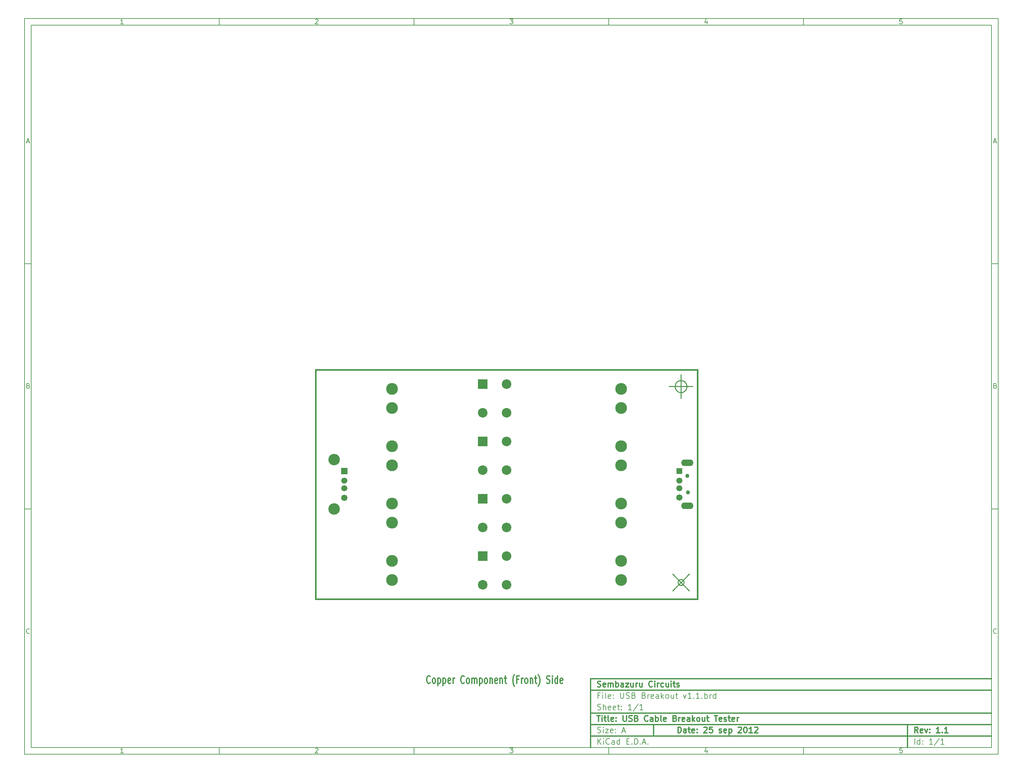
<source format=gtl>
G04 (created by PCBNEW-RS274X (2012-01-19 BZR 3256)-stable) date 25/09/2012 17:33:03*
G01*
G70*
G90*
%MOIN*%
G04 Gerber Fmt 3.4, Leading zero omitted, Abs format*
%FSLAX34Y34*%
G04 APERTURE LIST*
%ADD10C,0.006000*%
%ADD11C,0.012000*%
%ADD12C,0.010000*%
%ADD13C,0.015000*%
%ADD14R,0.100000X0.100000*%
%ADD15C,0.100000*%
%ADD16R,0.063200X0.063200*%
%ADD17O,0.066200X0.059100*%
%ADD18C,0.066200*%
%ADD19O,0.128400X0.069400*%
%ADD20C,0.043300*%
%ADD21R,0.066200X0.066200*%
%ADD22C,0.120600*%
%ADD23C,0.123000*%
G04 APERTURE END LIST*
G54D10*
X-30500Y36750D02*
X71500Y36750D01*
X71500Y-40250D01*
X-30500Y-40250D01*
X-30500Y36750D01*
X-29800Y36050D02*
X70800Y36050D01*
X70800Y-39550D01*
X-29800Y-39550D01*
X-29800Y36050D01*
X-10100Y36750D02*
X-10100Y36050D01*
X-20157Y36198D02*
X-20443Y36198D01*
X-20300Y36198D02*
X-20300Y36698D01*
X-20348Y36626D01*
X-20395Y36579D01*
X-20443Y36555D01*
X-10100Y-40250D02*
X-10100Y-39550D01*
X-20157Y-40102D02*
X-20443Y-40102D01*
X-20300Y-40102D02*
X-20300Y-39602D01*
X-20348Y-39674D01*
X-20395Y-39721D01*
X-20443Y-39745D01*
X10300Y36750D02*
X10300Y36050D01*
X-00043Y36650D02*
X-00019Y36674D01*
X00029Y36698D01*
X00148Y36698D01*
X00195Y36674D01*
X00219Y36650D01*
X00243Y36602D01*
X00243Y36555D01*
X00219Y36483D01*
X-00067Y36198D01*
X00243Y36198D01*
X10300Y-40250D02*
X10300Y-39550D01*
X-00043Y-39650D02*
X-00019Y-39626D01*
X00029Y-39602D01*
X00148Y-39602D01*
X00195Y-39626D01*
X00219Y-39650D01*
X00243Y-39698D01*
X00243Y-39745D01*
X00219Y-39817D01*
X-00067Y-40102D01*
X00243Y-40102D01*
X30700Y36750D02*
X30700Y36050D01*
X20333Y36698D02*
X20643Y36698D01*
X20476Y36507D01*
X20548Y36507D01*
X20595Y36483D01*
X20619Y36460D01*
X20643Y36412D01*
X20643Y36293D01*
X20619Y36245D01*
X20595Y36221D01*
X20548Y36198D01*
X20405Y36198D01*
X20357Y36221D01*
X20333Y36245D01*
X30700Y-40250D02*
X30700Y-39550D01*
X20333Y-39602D02*
X20643Y-39602D01*
X20476Y-39793D01*
X20548Y-39793D01*
X20595Y-39817D01*
X20619Y-39840D01*
X20643Y-39888D01*
X20643Y-40007D01*
X20619Y-40055D01*
X20595Y-40079D01*
X20548Y-40102D01*
X20405Y-40102D01*
X20357Y-40079D01*
X20333Y-40055D01*
X51100Y36750D02*
X51100Y36050D01*
X40995Y36531D02*
X40995Y36198D01*
X40876Y36721D02*
X40757Y36364D01*
X41067Y36364D01*
X51100Y-40250D02*
X51100Y-39550D01*
X40995Y-39769D02*
X40995Y-40102D01*
X40876Y-39579D02*
X40757Y-39936D01*
X41067Y-39936D01*
X61419Y36698D02*
X61181Y36698D01*
X61157Y36460D01*
X61181Y36483D01*
X61229Y36507D01*
X61348Y36507D01*
X61395Y36483D01*
X61419Y36460D01*
X61443Y36412D01*
X61443Y36293D01*
X61419Y36245D01*
X61395Y36221D01*
X61348Y36198D01*
X61229Y36198D01*
X61181Y36221D01*
X61157Y36245D01*
X61419Y-39602D02*
X61181Y-39602D01*
X61157Y-39840D01*
X61181Y-39817D01*
X61229Y-39793D01*
X61348Y-39793D01*
X61395Y-39817D01*
X61419Y-39840D01*
X61443Y-39888D01*
X61443Y-40007D01*
X61419Y-40055D01*
X61395Y-40079D01*
X61348Y-40102D01*
X61229Y-40102D01*
X61181Y-40079D01*
X61157Y-40055D01*
X-30500Y11090D02*
X-29800Y11090D01*
X-30269Y23860D02*
X-30031Y23860D01*
X-30316Y23718D02*
X-30150Y24218D01*
X-29983Y23718D01*
X71500Y11090D02*
X70800Y11090D01*
X71031Y23860D02*
X71269Y23860D01*
X70984Y23718D02*
X71150Y24218D01*
X71317Y23718D01*
X-30500Y-14570D02*
X-29800Y-14570D01*
X-30114Y-01680D02*
X-30043Y-01704D01*
X-30019Y-01728D01*
X-29995Y-01776D01*
X-29995Y-01847D01*
X-30019Y-01895D01*
X-30043Y-01919D01*
X-30090Y-01942D01*
X-30281Y-01942D01*
X-30281Y-01442D01*
X-30114Y-01442D01*
X-30067Y-01466D01*
X-30043Y-01490D01*
X-30019Y-01538D01*
X-30019Y-01585D01*
X-30043Y-01633D01*
X-30067Y-01657D01*
X-30114Y-01680D01*
X-30281Y-01680D01*
X71500Y-14570D02*
X70800Y-14570D01*
X71186Y-01680D02*
X71257Y-01704D01*
X71281Y-01728D01*
X71305Y-01776D01*
X71305Y-01847D01*
X71281Y-01895D01*
X71257Y-01919D01*
X71210Y-01942D01*
X71019Y-01942D01*
X71019Y-01442D01*
X71186Y-01442D01*
X71233Y-01466D01*
X71257Y-01490D01*
X71281Y-01538D01*
X71281Y-01585D01*
X71257Y-01633D01*
X71233Y-01657D01*
X71186Y-01680D01*
X71019Y-01680D01*
X-29995Y-27555D02*
X-30019Y-27579D01*
X-30090Y-27602D01*
X-30138Y-27602D01*
X-30210Y-27579D01*
X-30257Y-27531D01*
X-30281Y-27483D01*
X-30305Y-27388D01*
X-30305Y-27317D01*
X-30281Y-27221D01*
X-30257Y-27174D01*
X-30210Y-27126D01*
X-30138Y-27102D01*
X-30090Y-27102D01*
X-30019Y-27126D01*
X-29995Y-27150D01*
X71305Y-27555D02*
X71281Y-27579D01*
X71210Y-27602D01*
X71162Y-27602D01*
X71090Y-27579D01*
X71043Y-27531D01*
X71019Y-27483D01*
X70995Y-27388D01*
X70995Y-27317D01*
X71019Y-27221D01*
X71043Y-27174D01*
X71090Y-27126D01*
X71162Y-27102D01*
X71210Y-27102D01*
X71281Y-27126D01*
X71305Y-27150D01*
G54D11*
X37943Y-37993D02*
X37943Y-37393D01*
X38086Y-37393D01*
X38171Y-37421D01*
X38229Y-37479D01*
X38257Y-37536D01*
X38286Y-37650D01*
X38286Y-37736D01*
X38257Y-37850D01*
X38229Y-37907D01*
X38171Y-37964D01*
X38086Y-37993D01*
X37943Y-37993D01*
X38800Y-37993D02*
X38800Y-37679D01*
X38771Y-37621D01*
X38714Y-37593D01*
X38600Y-37593D01*
X38543Y-37621D01*
X38800Y-37964D02*
X38743Y-37993D01*
X38600Y-37993D01*
X38543Y-37964D01*
X38514Y-37907D01*
X38514Y-37850D01*
X38543Y-37793D01*
X38600Y-37764D01*
X38743Y-37764D01*
X38800Y-37736D01*
X39000Y-37593D02*
X39229Y-37593D01*
X39086Y-37393D02*
X39086Y-37907D01*
X39114Y-37964D01*
X39172Y-37993D01*
X39229Y-37993D01*
X39657Y-37964D02*
X39600Y-37993D01*
X39486Y-37993D01*
X39429Y-37964D01*
X39400Y-37907D01*
X39400Y-37679D01*
X39429Y-37621D01*
X39486Y-37593D01*
X39600Y-37593D01*
X39657Y-37621D01*
X39686Y-37679D01*
X39686Y-37736D01*
X39400Y-37793D01*
X39943Y-37936D02*
X39971Y-37964D01*
X39943Y-37993D01*
X39914Y-37964D01*
X39943Y-37936D01*
X39943Y-37993D01*
X39943Y-37621D02*
X39971Y-37650D01*
X39943Y-37679D01*
X39914Y-37650D01*
X39943Y-37621D01*
X39943Y-37679D01*
X40657Y-37450D02*
X40686Y-37421D01*
X40743Y-37393D01*
X40886Y-37393D01*
X40943Y-37421D01*
X40972Y-37450D01*
X41000Y-37507D01*
X41000Y-37564D01*
X40972Y-37650D01*
X40629Y-37993D01*
X41000Y-37993D01*
X41543Y-37393D02*
X41257Y-37393D01*
X41228Y-37679D01*
X41257Y-37650D01*
X41314Y-37621D01*
X41457Y-37621D01*
X41514Y-37650D01*
X41543Y-37679D01*
X41571Y-37736D01*
X41571Y-37879D01*
X41543Y-37936D01*
X41514Y-37964D01*
X41457Y-37993D01*
X41314Y-37993D01*
X41257Y-37964D01*
X41228Y-37936D01*
X42256Y-37964D02*
X42313Y-37993D01*
X42428Y-37993D01*
X42485Y-37964D01*
X42513Y-37907D01*
X42513Y-37879D01*
X42485Y-37821D01*
X42428Y-37793D01*
X42342Y-37793D01*
X42285Y-37764D01*
X42256Y-37707D01*
X42256Y-37679D01*
X42285Y-37621D01*
X42342Y-37593D01*
X42428Y-37593D01*
X42485Y-37621D01*
X42999Y-37964D02*
X42942Y-37993D01*
X42828Y-37993D01*
X42771Y-37964D01*
X42742Y-37907D01*
X42742Y-37679D01*
X42771Y-37621D01*
X42828Y-37593D01*
X42942Y-37593D01*
X42999Y-37621D01*
X43028Y-37679D01*
X43028Y-37736D01*
X42742Y-37793D01*
X43285Y-37593D02*
X43285Y-38193D01*
X43285Y-37621D02*
X43342Y-37593D01*
X43456Y-37593D01*
X43513Y-37621D01*
X43542Y-37650D01*
X43571Y-37707D01*
X43571Y-37879D01*
X43542Y-37936D01*
X43513Y-37964D01*
X43456Y-37993D01*
X43342Y-37993D01*
X43285Y-37964D01*
X44256Y-37450D02*
X44285Y-37421D01*
X44342Y-37393D01*
X44485Y-37393D01*
X44542Y-37421D01*
X44571Y-37450D01*
X44599Y-37507D01*
X44599Y-37564D01*
X44571Y-37650D01*
X44228Y-37993D01*
X44599Y-37993D01*
X44970Y-37393D02*
X45027Y-37393D01*
X45084Y-37421D01*
X45113Y-37450D01*
X45142Y-37507D01*
X45170Y-37621D01*
X45170Y-37764D01*
X45142Y-37879D01*
X45113Y-37936D01*
X45084Y-37964D01*
X45027Y-37993D01*
X44970Y-37993D01*
X44913Y-37964D01*
X44884Y-37936D01*
X44856Y-37879D01*
X44827Y-37764D01*
X44827Y-37621D01*
X44856Y-37507D01*
X44884Y-37450D01*
X44913Y-37421D01*
X44970Y-37393D01*
X45741Y-37993D02*
X45398Y-37993D01*
X45570Y-37993D02*
X45570Y-37393D01*
X45513Y-37479D01*
X45455Y-37536D01*
X45398Y-37564D01*
X45969Y-37450D02*
X45998Y-37421D01*
X46055Y-37393D01*
X46198Y-37393D01*
X46255Y-37421D01*
X46284Y-37450D01*
X46312Y-37507D01*
X46312Y-37564D01*
X46284Y-37650D01*
X45941Y-37993D01*
X46312Y-37993D01*
G54D10*
X29543Y-39193D02*
X29543Y-38593D01*
X29886Y-39193D02*
X29629Y-38850D01*
X29886Y-38593D02*
X29543Y-38936D01*
X30143Y-39193D02*
X30143Y-38793D01*
X30143Y-38593D02*
X30114Y-38621D01*
X30143Y-38650D01*
X30171Y-38621D01*
X30143Y-38593D01*
X30143Y-38650D01*
X30772Y-39136D02*
X30743Y-39164D01*
X30657Y-39193D01*
X30600Y-39193D01*
X30515Y-39164D01*
X30457Y-39107D01*
X30429Y-39050D01*
X30400Y-38936D01*
X30400Y-38850D01*
X30429Y-38736D01*
X30457Y-38679D01*
X30515Y-38621D01*
X30600Y-38593D01*
X30657Y-38593D01*
X30743Y-38621D01*
X30772Y-38650D01*
X31286Y-39193D02*
X31286Y-38879D01*
X31257Y-38821D01*
X31200Y-38793D01*
X31086Y-38793D01*
X31029Y-38821D01*
X31286Y-39164D02*
X31229Y-39193D01*
X31086Y-39193D01*
X31029Y-39164D01*
X31000Y-39107D01*
X31000Y-39050D01*
X31029Y-38993D01*
X31086Y-38964D01*
X31229Y-38964D01*
X31286Y-38936D01*
X31829Y-39193D02*
X31829Y-38593D01*
X31829Y-39164D02*
X31772Y-39193D01*
X31658Y-39193D01*
X31600Y-39164D01*
X31572Y-39136D01*
X31543Y-39079D01*
X31543Y-38907D01*
X31572Y-38850D01*
X31600Y-38821D01*
X31658Y-38793D01*
X31772Y-38793D01*
X31829Y-38821D01*
X32572Y-38879D02*
X32772Y-38879D01*
X32858Y-39193D02*
X32572Y-39193D01*
X32572Y-38593D01*
X32858Y-38593D01*
X33115Y-39136D02*
X33143Y-39164D01*
X33115Y-39193D01*
X33086Y-39164D01*
X33115Y-39136D01*
X33115Y-39193D01*
X33401Y-39193D02*
X33401Y-38593D01*
X33544Y-38593D01*
X33629Y-38621D01*
X33687Y-38679D01*
X33715Y-38736D01*
X33744Y-38850D01*
X33744Y-38936D01*
X33715Y-39050D01*
X33687Y-39107D01*
X33629Y-39164D01*
X33544Y-39193D01*
X33401Y-39193D01*
X34001Y-39136D02*
X34029Y-39164D01*
X34001Y-39193D01*
X33972Y-39164D01*
X34001Y-39136D01*
X34001Y-39193D01*
X34258Y-39021D02*
X34544Y-39021D01*
X34201Y-39193D02*
X34401Y-38593D01*
X34601Y-39193D01*
X34801Y-39136D02*
X34829Y-39164D01*
X34801Y-39193D01*
X34772Y-39164D01*
X34801Y-39136D01*
X34801Y-39193D01*
G54D11*
X63086Y-37993D02*
X62886Y-37707D01*
X62743Y-37993D02*
X62743Y-37393D01*
X62971Y-37393D01*
X63029Y-37421D01*
X63057Y-37450D01*
X63086Y-37507D01*
X63086Y-37593D01*
X63057Y-37650D01*
X63029Y-37679D01*
X62971Y-37707D01*
X62743Y-37707D01*
X63571Y-37964D02*
X63514Y-37993D01*
X63400Y-37993D01*
X63343Y-37964D01*
X63314Y-37907D01*
X63314Y-37679D01*
X63343Y-37621D01*
X63400Y-37593D01*
X63514Y-37593D01*
X63571Y-37621D01*
X63600Y-37679D01*
X63600Y-37736D01*
X63314Y-37793D01*
X63800Y-37593D02*
X63943Y-37993D01*
X64085Y-37593D01*
X64314Y-37936D02*
X64342Y-37964D01*
X64314Y-37993D01*
X64285Y-37964D01*
X64314Y-37936D01*
X64314Y-37993D01*
X64314Y-37621D02*
X64342Y-37650D01*
X64314Y-37679D01*
X64285Y-37650D01*
X64314Y-37621D01*
X64314Y-37679D01*
X65371Y-37993D02*
X65028Y-37993D01*
X65200Y-37993D02*
X65200Y-37393D01*
X65143Y-37479D01*
X65085Y-37536D01*
X65028Y-37564D01*
X65628Y-37936D02*
X65656Y-37964D01*
X65628Y-37993D01*
X65599Y-37964D01*
X65628Y-37936D01*
X65628Y-37993D01*
X66228Y-37993D02*
X65885Y-37993D01*
X66057Y-37993D02*
X66057Y-37393D01*
X66000Y-37479D01*
X65942Y-37536D01*
X65885Y-37564D01*
G54D10*
X29514Y-37964D02*
X29600Y-37993D01*
X29743Y-37993D01*
X29800Y-37964D01*
X29829Y-37936D01*
X29857Y-37879D01*
X29857Y-37821D01*
X29829Y-37764D01*
X29800Y-37736D01*
X29743Y-37707D01*
X29629Y-37679D01*
X29571Y-37650D01*
X29543Y-37621D01*
X29514Y-37564D01*
X29514Y-37507D01*
X29543Y-37450D01*
X29571Y-37421D01*
X29629Y-37393D01*
X29771Y-37393D01*
X29857Y-37421D01*
X30114Y-37993D02*
X30114Y-37593D01*
X30114Y-37393D02*
X30085Y-37421D01*
X30114Y-37450D01*
X30142Y-37421D01*
X30114Y-37393D01*
X30114Y-37450D01*
X30343Y-37593D02*
X30657Y-37593D01*
X30343Y-37993D01*
X30657Y-37993D01*
X31114Y-37964D02*
X31057Y-37993D01*
X30943Y-37993D01*
X30886Y-37964D01*
X30857Y-37907D01*
X30857Y-37679D01*
X30886Y-37621D01*
X30943Y-37593D01*
X31057Y-37593D01*
X31114Y-37621D01*
X31143Y-37679D01*
X31143Y-37736D01*
X30857Y-37793D01*
X31400Y-37936D02*
X31428Y-37964D01*
X31400Y-37993D01*
X31371Y-37964D01*
X31400Y-37936D01*
X31400Y-37993D01*
X31400Y-37621D02*
X31428Y-37650D01*
X31400Y-37679D01*
X31371Y-37650D01*
X31400Y-37621D01*
X31400Y-37679D01*
X32114Y-37821D02*
X32400Y-37821D01*
X32057Y-37993D02*
X32257Y-37393D01*
X32457Y-37993D01*
X62743Y-39193D02*
X62743Y-38593D01*
X63286Y-39193D02*
X63286Y-38593D01*
X63286Y-39164D02*
X63229Y-39193D01*
X63115Y-39193D01*
X63057Y-39164D01*
X63029Y-39136D01*
X63000Y-39079D01*
X63000Y-38907D01*
X63029Y-38850D01*
X63057Y-38821D01*
X63115Y-38793D01*
X63229Y-38793D01*
X63286Y-38821D01*
X63572Y-39136D02*
X63600Y-39164D01*
X63572Y-39193D01*
X63543Y-39164D01*
X63572Y-39136D01*
X63572Y-39193D01*
X63572Y-38821D02*
X63600Y-38850D01*
X63572Y-38879D01*
X63543Y-38850D01*
X63572Y-38821D01*
X63572Y-38879D01*
X64629Y-39193D02*
X64286Y-39193D01*
X64458Y-39193D02*
X64458Y-38593D01*
X64401Y-38679D01*
X64343Y-38736D01*
X64286Y-38764D01*
X65314Y-38564D02*
X64800Y-39336D01*
X65829Y-39193D02*
X65486Y-39193D01*
X65658Y-39193D02*
X65658Y-38593D01*
X65601Y-38679D01*
X65543Y-38736D01*
X65486Y-38764D01*
G54D11*
X29457Y-36193D02*
X29800Y-36193D01*
X29629Y-36793D02*
X29629Y-36193D01*
X30000Y-36793D02*
X30000Y-36393D01*
X30000Y-36193D02*
X29971Y-36221D01*
X30000Y-36250D01*
X30028Y-36221D01*
X30000Y-36193D01*
X30000Y-36250D01*
X30200Y-36393D02*
X30429Y-36393D01*
X30286Y-36193D02*
X30286Y-36707D01*
X30314Y-36764D01*
X30372Y-36793D01*
X30429Y-36793D01*
X30715Y-36793D02*
X30657Y-36764D01*
X30629Y-36707D01*
X30629Y-36193D01*
X31171Y-36764D02*
X31114Y-36793D01*
X31000Y-36793D01*
X30943Y-36764D01*
X30914Y-36707D01*
X30914Y-36479D01*
X30943Y-36421D01*
X31000Y-36393D01*
X31114Y-36393D01*
X31171Y-36421D01*
X31200Y-36479D01*
X31200Y-36536D01*
X30914Y-36593D01*
X31457Y-36736D02*
X31485Y-36764D01*
X31457Y-36793D01*
X31428Y-36764D01*
X31457Y-36736D01*
X31457Y-36793D01*
X31457Y-36421D02*
X31485Y-36450D01*
X31457Y-36479D01*
X31428Y-36450D01*
X31457Y-36421D01*
X31457Y-36479D01*
X32200Y-36193D02*
X32200Y-36679D01*
X32228Y-36736D01*
X32257Y-36764D01*
X32314Y-36793D01*
X32428Y-36793D01*
X32486Y-36764D01*
X32514Y-36736D01*
X32543Y-36679D01*
X32543Y-36193D01*
X32800Y-36764D02*
X32886Y-36793D01*
X33029Y-36793D01*
X33086Y-36764D01*
X33115Y-36736D01*
X33143Y-36679D01*
X33143Y-36621D01*
X33115Y-36564D01*
X33086Y-36536D01*
X33029Y-36507D01*
X32915Y-36479D01*
X32857Y-36450D01*
X32829Y-36421D01*
X32800Y-36364D01*
X32800Y-36307D01*
X32829Y-36250D01*
X32857Y-36221D01*
X32915Y-36193D01*
X33057Y-36193D01*
X33143Y-36221D01*
X33600Y-36479D02*
X33686Y-36507D01*
X33714Y-36536D01*
X33743Y-36593D01*
X33743Y-36679D01*
X33714Y-36736D01*
X33686Y-36764D01*
X33628Y-36793D01*
X33400Y-36793D01*
X33400Y-36193D01*
X33600Y-36193D01*
X33657Y-36221D01*
X33686Y-36250D01*
X33714Y-36307D01*
X33714Y-36364D01*
X33686Y-36421D01*
X33657Y-36450D01*
X33600Y-36479D01*
X33400Y-36479D01*
X34800Y-36736D02*
X34771Y-36764D01*
X34685Y-36793D01*
X34628Y-36793D01*
X34543Y-36764D01*
X34485Y-36707D01*
X34457Y-36650D01*
X34428Y-36536D01*
X34428Y-36450D01*
X34457Y-36336D01*
X34485Y-36279D01*
X34543Y-36221D01*
X34628Y-36193D01*
X34685Y-36193D01*
X34771Y-36221D01*
X34800Y-36250D01*
X35314Y-36793D02*
X35314Y-36479D01*
X35285Y-36421D01*
X35228Y-36393D01*
X35114Y-36393D01*
X35057Y-36421D01*
X35314Y-36764D02*
X35257Y-36793D01*
X35114Y-36793D01*
X35057Y-36764D01*
X35028Y-36707D01*
X35028Y-36650D01*
X35057Y-36593D01*
X35114Y-36564D01*
X35257Y-36564D01*
X35314Y-36536D01*
X35600Y-36793D02*
X35600Y-36193D01*
X35600Y-36421D02*
X35657Y-36393D01*
X35771Y-36393D01*
X35828Y-36421D01*
X35857Y-36450D01*
X35886Y-36507D01*
X35886Y-36679D01*
X35857Y-36736D01*
X35828Y-36764D01*
X35771Y-36793D01*
X35657Y-36793D01*
X35600Y-36764D01*
X36229Y-36793D02*
X36171Y-36764D01*
X36143Y-36707D01*
X36143Y-36193D01*
X36685Y-36764D02*
X36628Y-36793D01*
X36514Y-36793D01*
X36457Y-36764D01*
X36428Y-36707D01*
X36428Y-36479D01*
X36457Y-36421D01*
X36514Y-36393D01*
X36628Y-36393D01*
X36685Y-36421D01*
X36714Y-36479D01*
X36714Y-36536D01*
X36428Y-36593D01*
X37628Y-36479D02*
X37714Y-36507D01*
X37742Y-36536D01*
X37771Y-36593D01*
X37771Y-36679D01*
X37742Y-36736D01*
X37714Y-36764D01*
X37656Y-36793D01*
X37428Y-36793D01*
X37428Y-36193D01*
X37628Y-36193D01*
X37685Y-36221D01*
X37714Y-36250D01*
X37742Y-36307D01*
X37742Y-36364D01*
X37714Y-36421D01*
X37685Y-36450D01*
X37628Y-36479D01*
X37428Y-36479D01*
X38028Y-36793D02*
X38028Y-36393D01*
X38028Y-36507D02*
X38056Y-36450D01*
X38085Y-36421D01*
X38142Y-36393D01*
X38199Y-36393D01*
X38627Y-36764D02*
X38570Y-36793D01*
X38456Y-36793D01*
X38399Y-36764D01*
X38370Y-36707D01*
X38370Y-36479D01*
X38399Y-36421D01*
X38456Y-36393D01*
X38570Y-36393D01*
X38627Y-36421D01*
X38656Y-36479D01*
X38656Y-36536D01*
X38370Y-36593D01*
X39170Y-36793D02*
X39170Y-36479D01*
X39141Y-36421D01*
X39084Y-36393D01*
X38970Y-36393D01*
X38913Y-36421D01*
X39170Y-36764D02*
X39113Y-36793D01*
X38970Y-36793D01*
X38913Y-36764D01*
X38884Y-36707D01*
X38884Y-36650D01*
X38913Y-36593D01*
X38970Y-36564D01*
X39113Y-36564D01*
X39170Y-36536D01*
X39456Y-36793D02*
X39456Y-36193D01*
X39513Y-36564D02*
X39684Y-36793D01*
X39684Y-36393D02*
X39456Y-36621D01*
X40028Y-36793D02*
X39970Y-36764D01*
X39942Y-36736D01*
X39913Y-36679D01*
X39913Y-36507D01*
X39942Y-36450D01*
X39970Y-36421D01*
X40028Y-36393D01*
X40113Y-36393D01*
X40170Y-36421D01*
X40199Y-36450D01*
X40228Y-36507D01*
X40228Y-36679D01*
X40199Y-36736D01*
X40170Y-36764D01*
X40113Y-36793D01*
X40028Y-36793D01*
X40742Y-36393D02*
X40742Y-36793D01*
X40485Y-36393D02*
X40485Y-36707D01*
X40513Y-36764D01*
X40571Y-36793D01*
X40656Y-36793D01*
X40713Y-36764D01*
X40742Y-36736D01*
X40942Y-36393D02*
X41171Y-36393D01*
X41028Y-36193D02*
X41028Y-36707D01*
X41056Y-36764D01*
X41114Y-36793D01*
X41171Y-36793D01*
X41742Y-36193D02*
X42085Y-36193D01*
X41914Y-36793D02*
X41914Y-36193D01*
X42513Y-36764D02*
X42456Y-36793D01*
X42342Y-36793D01*
X42285Y-36764D01*
X42256Y-36707D01*
X42256Y-36479D01*
X42285Y-36421D01*
X42342Y-36393D01*
X42456Y-36393D01*
X42513Y-36421D01*
X42542Y-36479D01*
X42542Y-36536D01*
X42256Y-36593D01*
X42770Y-36764D02*
X42827Y-36793D01*
X42942Y-36793D01*
X42999Y-36764D01*
X43027Y-36707D01*
X43027Y-36679D01*
X42999Y-36621D01*
X42942Y-36593D01*
X42856Y-36593D01*
X42799Y-36564D01*
X42770Y-36507D01*
X42770Y-36479D01*
X42799Y-36421D01*
X42856Y-36393D01*
X42942Y-36393D01*
X42999Y-36421D01*
X43199Y-36393D02*
X43428Y-36393D01*
X43285Y-36193D02*
X43285Y-36707D01*
X43313Y-36764D01*
X43371Y-36793D01*
X43428Y-36793D01*
X43856Y-36764D02*
X43799Y-36793D01*
X43685Y-36793D01*
X43628Y-36764D01*
X43599Y-36707D01*
X43599Y-36479D01*
X43628Y-36421D01*
X43685Y-36393D01*
X43799Y-36393D01*
X43856Y-36421D01*
X43885Y-36479D01*
X43885Y-36536D01*
X43599Y-36593D01*
X44142Y-36793D02*
X44142Y-36393D01*
X44142Y-36507D02*
X44170Y-36450D01*
X44199Y-36421D01*
X44256Y-36393D01*
X44313Y-36393D01*
G54D10*
X29743Y-34079D02*
X29543Y-34079D01*
X29543Y-34393D02*
X29543Y-33793D01*
X29829Y-33793D01*
X30057Y-34393D02*
X30057Y-33993D01*
X30057Y-33793D02*
X30028Y-33821D01*
X30057Y-33850D01*
X30085Y-33821D01*
X30057Y-33793D01*
X30057Y-33850D01*
X30429Y-34393D02*
X30371Y-34364D01*
X30343Y-34307D01*
X30343Y-33793D01*
X30885Y-34364D02*
X30828Y-34393D01*
X30714Y-34393D01*
X30657Y-34364D01*
X30628Y-34307D01*
X30628Y-34079D01*
X30657Y-34021D01*
X30714Y-33993D01*
X30828Y-33993D01*
X30885Y-34021D01*
X30914Y-34079D01*
X30914Y-34136D01*
X30628Y-34193D01*
X31171Y-34336D02*
X31199Y-34364D01*
X31171Y-34393D01*
X31142Y-34364D01*
X31171Y-34336D01*
X31171Y-34393D01*
X31171Y-34021D02*
X31199Y-34050D01*
X31171Y-34079D01*
X31142Y-34050D01*
X31171Y-34021D01*
X31171Y-34079D01*
X31914Y-33793D02*
X31914Y-34279D01*
X31942Y-34336D01*
X31971Y-34364D01*
X32028Y-34393D01*
X32142Y-34393D01*
X32200Y-34364D01*
X32228Y-34336D01*
X32257Y-34279D01*
X32257Y-33793D01*
X32514Y-34364D02*
X32600Y-34393D01*
X32743Y-34393D01*
X32800Y-34364D01*
X32829Y-34336D01*
X32857Y-34279D01*
X32857Y-34221D01*
X32829Y-34164D01*
X32800Y-34136D01*
X32743Y-34107D01*
X32629Y-34079D01*
X32571Y-34050D01*
X32543Y-34021D01*
X32514Y-33964D01*
X32514Y-33907D01*
X32543Y-33850D01*
X32571Y-33821D01*
X32629Y-33793D01*
X32771Y-33793D01*
X32857Y-33821D01*
X33314Y-34079D02*
X33400Y-34107D01*
X33428Y-34136D01*
X33457Y-34193D01*
X33457Y-34279D01*
X33428Y-34336D01*
X33400Y-34364D01*
X33342Y-34393D01*
X33114Y-34393D01*
X33114Y-33793D01*
X33314Y-33793D01*
X33371Y-33821D01*
X33400Y-33850D01*
X33428Y-33907D01*
X33428Y-33964D01*
X33400Y-34021D01*
X33371Y-34050D01*
X33314Y-34079D01*
X33114Y-34079D01*
X34371Y-34079D02*
X34457Y-34107D01*
X34485Y-34136D01*
X34514Y-34193D01*
X34514Y-34279D01*
X34485Y-34336D01*
X34457Y-34364D01*
X34399Y-34393D01*
X34171Y-34393D01*
X34171Y-33793D01*
X34371Y-33793D01*
X34428Y-33821D01*
X34457Y-33850D01*
X34485Y-33907D01*
X34485Y-33964D01*
X34457Y-34021D01*
X34428Y-34050D01*
X34371Y-34079D01*
X34171Y-34079D01*
X34771Y-34393D02*
X34771Y-33993D01*
X34771Y-34107D02*
X34799Y-34050D01*
X34828Y-34021D01*
X34885Y-33993D01*
X34942Y-33993D01*
X35370Y-34364D02*
X35313Y-34393D01*
X35199Y-34393D01*
X35142Y-34364D01*
X35113Y-34307D01*
X35113Y-34079D01*
X35142Y-34021D01*
X35199Y-33993D01*
X35313Y-33993D01*
X35370Y-34021D01*
X35399Y-34079D01*
X35399Y-34136D01*
X35113Y-34193D01*
X35913Y-34393D02*
X35913Y-34079D01*
X35884Y-34021D01*
X35827Y-33993D01*
X35713Y-33993D01*
X35656Y-34021D01*
X35913Y-34364D02*
X35856Y-34393D01*
X35713Y-34393D01*
X35656Y-34364D01*
X35627Y-34307D01*
X35627Y-34250D01*
X35656Y-34193D01*
X35713Y-34164D01*
X35856Y-34164D01*
X35913Y-34136D01*
X36199Y-34393D02*
X36199Y-33793D01*
X36256Y-34164D02*
X36427Y-34393D01*
X36427Y-33993D02*
X36199Y-34221D01*
X36771Y-34393D02*
X36713Y-34364D01*
X36685Y-34336D01*
X36656Y-34279D01*
X36656Y-34107D01*
X36685Y-34050D01*
X36713Y-34021D01*
X36771Y-33993D01*
X36856Y-33993D01*
X36913Y-34021D01*
X36942Y-34050D01*
X36971Y-34107D01*
X36971Y-34279D01*
X36942Y-34336D01*
X36913Y-34364D01*
X36856Y-34393D01*
X36771Y-34393D01*
X37485Y-33993D02*
X37485Y-34393D01*
X37228Y-33993D02*
X37228Y-34307D01*
X37256Y-34364D01*
X37314Y-34393D01*
X37399Y-34393D01*
X37456Y-34364D01*
X37485Y-34336D01*
X37685Y-33993D02*
X37914Y-33993D01*
X37771Y-33793D02*
X37771Y-34307D01*
X37799Y-34364D01*
X37857Y-34393D01*
X37914Y-34393D01*
X38514Y-33993D02*
X38657Y-34393D01*
X38799Y-33993D01*
X39342Y-34393D02*
X38999Y-34393D01*
X39171Y-34393D02*
X39171Y-33793D01*
X39114Y-33879D01*
X39056Y-33936D01*
X38999Y-33964D01*
X39599Y-34336D02*
X39627Y-34364D01*
X39599Y-34393D01*
X39570Y-34364D01*
X39599Y-34336D01*
X39599Y-34393D01*
X40199Y-34393D02*
X39856Y-34393D01*
X40028Y-34393D02*
X40028Y-33793D01*
X39971Y-33879D01*
X39913Y-33936D01*
X39856Y-33964D01*
X40456Y-34336D02*
X40484Y-34364D01*
X40456Y-34393D01*
X40427Y-34364D01*
X40456Y-34336D01*
X40456Y-34393D01*
X40742Y-34393D02*
X40742Y-33793D01*
X40742Y-34021D02*
X40799Y-33993D01*
X40913Y-33993D01*
X40970Y-34021D01*
X40999Y-34050D01*
X41028Y-34107D01*
X41028Y-34279D01*
X40999Y-34336D01*
X40970Y-34364D01*
X40913Y-34393D01*
X40799Y-34393D01*
X40742Y-34364D01*
X41285Y-34393D02*
X41285Y-33993D01*
X41285Y-34107D02*
X41313Y-34050D01*
X41342Y-34021D01*
X41399Y-33993D01*
X41456Y-33993D01*
X41913Y-34393D02*
X41913Y-33793D01*
X41913Y-34364D02*
X41856Y-34393D01*
X41742Y-34393D01*
X41684Y-34364D01*
X41656Y-34336D01*
X41627Y-34279D01*
X41627Y-34107D01*
X41656Y-34050D01*
X41684Y-34021D01*
X41742Y-33993D01*
X41856Y-33993D01*
X41913Y-34021D01*
X29514Y-35564D02*
X29600Y-35593D01*
X29743Y-35593D01*
X29800Y-35564D01*
X29829Y-35536D01*
X29857Y-35479D01*
X29857Y-35421D01*
X29829Y-35364D01*
X29800Y-35336D01*
X29743Y-35307D01*
X29629Y-35279D01*
X29571Y-35250D01*
X29543Y-35221D01*
X29514Y-35164D01*
X29514Y-35107D01*
X29543Y-35050D01*
X29571Y-35021D01*
X29629Y-34993D01*
X29771Y-34993D01*
X29857Y-35021D01*
X30114Y-35593D02*
X30114Y-34993D01*
X30371Y-35593D02*
X30371Y-35279D01*
X30342Y-35221D01*
X30285Y-35193D01*
X30200Y-35193D01*
X30142Y-35221D01*
X30114Y-35250D01*
X30885Y-35564D02*
X30828Y-35593D01*
X30714Y-35593D01*
X30657Y-35564D01*
X30628Y-35507D01*
X30628Y-35279D01*
X30657Y-35221D01*
X30714Y-35193D01*
X30828Y-35193D01*
X30885Y-35221D01*
X30914Y-35279D01*
X30914Y-35336D01*
X30628Y-35393D01*
X31399Y-35564D02*
X31342Y-35593D01*
X31228Y-35593D01*
X31171Y-35564D01*
X31142Y-35507D01*
X31142Y-35279D01*
X31171Y-35221D01*
X31228Y-35193D01*
X31342Y-35193D01*
X31399Y-35221D01*
X31428Y-35279D01*
X31428Y-35336D01*
X31142Y-35393D01*
X31599Y-35193D02*
X31828Y-35193D01*
X31685Y-34993D02*
X31685Y-35507D01*
X31713Y-35564D01*
X31771Y-35593D01*
X31828Y-35593D01*
X32028Y-35536D02*
X32056Y-35564D01*
X32028Y-35593D01*
X31999Y-35564D01*
X32028Y-35536D01*
X32028Y-35593D01*
X32028Y-35221D02*
X32056Y-35250D01*
X32028Y-35279D01*
X31999Y-35250D01*
X32028Y-35221D01*
X32028Y-35279D01*
X33085Y-35593D02*
X32742Y-35593D01*
X32914Y-35593D02*
X32914Y-34993D01*
X32857Y-35079D01*
X32799Y-35136D01*
X32742Y-35164D01*
X33770Y-34964D02*
X33256Y-35736D01*
X34285Y-35593D02*
X33942Y-35593D01*
X34114Y-35593D02*
X34114Y-34993D01*
X34057Y-35079D01*
X33999Y-35136D01*
X33942Y-35164D01*
G54D11*
X29514Y-33164D02*
X29600Y-33193D01*
X29743Y-33193D01*
X29800Y-33164D01*
X29829Y-33136D01*
X29857Y-33079D01*
X29857Y-33021D01*
X29829Y-32964D01*
X29800Y-32936D01*
X29743Y-32907D01*
X29629Y-32879D01*
X29571Y-32850D01*
X29543Y-32821D01*
X29514Y-32764D01*
X29514Y-32707D01*
X29543Y-32650D01*
X29571Y-32621D01*
X29629Y-32593D01*
X29771Y-32593D01*
X29857Y-32621D01*
X30342Y-33164D02*
X30285Y-33193D01*
X30171Y-33193D01*
X30114Y-33164D01*
X30085Y-33107D01*
X30085Y-32879D01*
X30114Y-32821D01*
X30171Y-32793D01*
X30285Y-32793D01*
X30342Y-32821D01*
X30371Y-32879D01*
X30371Y-32936D01*
X30085Y-32993D01*
X30628Y-33193D02*
X30628Y-32793D01*
X30628Y-32850D02*
X30656Y-32821D01*
X30714Y-32793D01*
X30799Y-32793D01*
X30856Y-32821D01*
X30885Y-32879D01*
X30885Y-33193D01*
X30885Y-32879D02*
X30914Y-32821D01*
X30971Y-32793D01*
X31056Y-32793D01*
X31114Y-32821D01*
X31142Y-32879D01*
X31142Y-33193D01*
X31428Y-33193D02*
X31428Y-32593D01*
X31428Y-32821D02*
X31485Y-32793D01*
X31599Y-32793D01*
X31656Y-32821D01*
X31685Y-32850D01*
X31714Y-32907D01*
X31714Y-33079D01*
X31685Y-33136D01*
X31656Y-33164D01*
X31599Y-33193D01*
X31485Y-33193D01*
X31428Y-33164D01*
X32228Y-33193D02*
X32228Y-32879D01*
X32199Y-32821D01*
X32142Y-32793D01*
X32028Y-32793D01*
X31971Y-32821D01*
X32228Y-33164D02*
X32171Y-33193D01*
X32028Y-33193D01*
X31971Y-33164D01*
X31942Y-33107D01*
X31942Y-33050D01*
X31971Y-32993D01*
X32028Y-32964D01*
X32171Y-32964D01*
X32228Y-32936D01*
X32457Y-32793D02*
X32771Y-32793D01*
X32457Y-33193D01*
X32771Y-33193D01*
X33257Y-32793D02*
X33257Y-33193D01*
X33000Y-32793D02*
X33000Y-33107D01*
X33028Y-33164D01*
X33086Y-33193D01*
X33171Y-33193D01*
X33228Y-33164D01*
X33257Y-33136D01*
X33543Y-33193D02*
X33543Y-32793D01*
X33543Y-32907D02*
X33571Y-32850D01*
X33600Y-32821D01*
X33657Y-32793D01*
X33714Y-32793D01*
X34171Y-32793D02*
X34171Y-33193D01*
X33914Y-32793D02*
X33914Y-33107D01*
X33942Y-33164D01*
X34000Y-33193D01*
X34085Y-33193D01*
X34142Y-33164D01*
X34171Y-33136D01*
X35257Y-33136D02*
X35228Y-33164D01*
X35142Y-33193D01*
X35085Y-33193D01*
X35000Y-33164D01*
X34942Y-33107D01*
X34914Y-33050D01*
X34885Y-32936D01*
X34885Y-32850D01*
X34914Y-32736D01*
X34942Y-32679D01*
X35000Y-32621D01*
X35085Y-32593D01*
X35142Y-32593D01*
X35228Y-32621D01*
X35257Y-32650D01*
X35514Y-33193D02*
X35514Y-32793D01*
X35514Y-32593D02*
X35485Y-32621D01*
X35514Y-32650D01*
X35542Y-32621D01*
X35514Y-32593D01*
X35514Y-32650D01*
X35800Y-33193D02*
X35800Y-32793D01*
X35800Y-32907D02*
X35828Y-32850D01*
X35857Y-32821D01*
X35914Y-32793D01*
X35971Y-32793D01*
X36428Y-33164D02*
X36371Y-33193D01*
X36257Y-33193D01*
X36199Y-33164D01*
X36171Y-33136D01*
X36142Y-33079D01*
X36142Y-32907D01*
X36171Y-32850D01*
X36199Y-32821D01*
X36257Y-32793D01*
X36371Y-32793D01*
X36428Y-32821D01*
X36942Y-32793D02*
X36942Y-33193D01*
X36685Y-32793D02*
X36685Y-33107D01*
X36713Y-33164D01*
X36771Y-33193D01*
X36856Y-33193D01*
X36913Y-33164D01*
X36942Y-33136D01*
X37228Y-33193D02*
X37228Y-32793D01*
X37228Y-32593D02*
X37199Y-32621D01*
X37228Y-32650D01*
X37256Y-32621D01*
X37228Y-32593D01*
X37228Y-32650D01*
X37428Y-32793D02*
X37657Y-32793D01*
X37514Y-32593D02*
X37514Y-33107D01*
X37542Y-33164D01*
X37600Y-33193D01*
X37657Y-33193D01*
X37828Y-33164D02*
X37885Y-33193D01*
X38000Y-33193D01*
X38057Y-33164D01*
X38085Y-33107D01*
X38085Y-33079D01*
X38057Y-33021D01*
X38000Y-32993D01*
X37914Y-32993D01*
X37857Y-32964D01*
X37828Y-32907D01*
X37828Y-32879D01*
X37857Y-32821D01*
X37914Y-32793D01*
X38000Y-32793D01*
X38057Y-32821D01*
X28800Y-32350D02*
X28800Y-39550D01*
X28800Y-33550D02*
X70800Y-33550D01*
X28800Y-32350D02*
X70800Y-32350D01*
X28800Y-35950D02*
X70800Y-35950D01*
X62000Y-37150D02*
X62000Y-39550D01*
X28800Y-38350D02*
X70800Y-38350D01*
X28800Y-37150D02*
X70800Y-37150D01*
X35400Y-37150D02*
X35400Y-38350D01*
X11986Y-32748D02*
X11957Y-32786D01*
X11871Y-32824D01*
X11814Y-32824D01*
X11729Y-32786D01*
X11671Y-32710D01*
X11643Y-32633D01*
X11614Y-32481D01*
X11614Y-32367D01*
X11643Y-32214D01*
X11671Y-32138D01*
X11729Y-32062D01*
X11814Y-32024D01*
X11871Y-32024D01*
X11957Y-32062D01*
X11986Y-32100D01*
X12329Y-32824D02*
X12271Y-32786D01*
X12243Y-32748D01*
X12214Y-32671D01*
X12214Y-32443D01*
X12243Y-32367D01*
X12271Y-32329D01*
X12329Y-32290D01*
X12414Y-32290D01*
X12471Y-32329D01*
X12500Y-32367D01*
X12529Y-32443D01*
X12529Y-32671D01*
X12500Y-32748D01*
X12471Y-32786D01*
X12414Y-32824D01*
X12329Y-32824D01*
X12786Y-32290D02*
X12786Y-33090D01*
X12786Y-32329D02*
X12843Y-32290D01*
X12957Y-32290D01*
X13014Y-32329D01*
X13043Y-32367D01*
X13072Y-32443D01*
X13072Y-32671D01*
X13043Y-32748D01*
X13014Y-32786D01*
X12957Y-32824D01*
X12843Y-32824D01*
X12786Y-32786D01*
X13329Y-32290D02*
X13329Y-33090D01*
X13329Y-32329D02*
X13386Y-32290D01*
X13500Y-32290D01*
X13557Y-32329D01*
X13586Y-32367D01*
X13615Y-32443D01*
X13615Y-32671D01*
X13586Y-32748D01*
X13557Y-32786D01*
X13500Y-32824D01*
X13386Y-32824D01*
X13329Y-32786D01*
X14100Y-32786D02*
X14043Y-32824D01*
X13929Y-32824D01*
X13872Y-32786D01*
X13843Y-32710D01*
X13843Y-32405D01*
X13872Y-32329D01*
X13929Y-32290D01*
X14043Y-32290D01*
X14100Y-32329D01*
X14129Y-32405D01*
X14129Y-32481D01*
X13843Y-32557D01*
X14386Y-32824D02*
X14386Y-32290D01*
X14386Y-32443D02*
X14414Y-32367D01*
X14443Y-32329D01*
X14500Y-32290D01*
X14557Y-32290D01*
X15557Y-32748D02*
X15528Y-32786D01*
X15442Y-32824D01*
X15385Y-32824D01*
X15300Y-32786D01*
X15242Y-32710D01*
X15214Y-32633D01*
X15185Y-32481D01*
X15185Y-32367D01*
X15214Y-32214D01*
X15242Y-32138D01*
X15300Y-32062D01*
X15385Y-32024D01*
X15442Y-32024D01*
X15528Y-32062D01*
X15557Y-32100D01*
X15900Y-32824D02*
X15842Y-32786D01*
X15814Y-32748D01*
X15785Y-32671D01*
X15785Y-32443D01*
X15814Y-32367D01*
X15842Y-32329D01*
X15900Y-32290D01*
X15985Y-32290D01*
X16042Y-32329D01*
X16071Y-32367D01*
X16100Y-32443D01*
X16100Y-32671D01*
X16071Y-32748D01*
X16042Y-32786D01*
X15985Y-32824D01*
X15900Y-32824D01*
X16357Y-32824D02*
X16357Y-32290D01*
X16357Y-32367D02*
X16385Y-32329D01*
X16443Y-32290D01*
X16528Y-32290D01*
X16585Y-32329D01*
X16614Y-32405D01*
X16614Y-32824D01*
X16614Y-32405D02*
X16643Y-32329D01*
X16700Y-32290D01*
X16785Y-32290D01*
X16843Y-32329D01*
X16871Y-32405D01*
X16871Y-32824D01*
X17157Y-32290D02*
X17157Y-33090D01*
X17157Y-32329D02*
X17214Y-32290D01*
X17328Y-32290D01*
X17385Y-32329D01*
X17414Y-32367D01*
X17443Y-32443D01*
X17443Y-32671D01*
X17414Y-32748D01*
X17385Y-32786D01*
X17328Y-32824D01*
X17214Y-32824D01*
X17157Y-32786D01*
X17786Y-32824D02*
X17728Y-32786D01*
X17700Y-32748D01*
X17671Y-32671D01*
X17671Y-32443D01*
X17700Y-32367D01*
X17728Y-32329D01*
X17786Y-32290D01*
X17871Y-32290D01*
X17928Y-32329D01*
X17957Y-32367D01*
X17986Y-32443D01*
X17986Y-32671D01*
X17957Y-32748D01*
X17928Y-32786D01*
X17871Y-32824D01*
X17786Y-32824D01*
X18243Y-32290D02*
X18243Y-32824D01*
X18243Y-32367D02*
X18271Y-32329D01*
X18329Y-32290D01*
X18414Y-32290D01*
X18471Y-32329D01*
X18500Y-32405D01*
X18500Y-32824D01*
X19014Y-32786D02*
X18957Y-32824D01*
X18843Y-32824D01*
X18786Y-32786D01*
X18757Y-32710D01*
X18757Y-32405D01*
X18786Y-32329D01*
X18843Y-32290D01*
X18957Y-32290D01*
X19014Y-32329D01*
X19043Y-32405D01*
X19043Y-32481D01*
X18757Y-32557D01*
X19300Y-32290D02*
X19300Y-32824D01*
X19300Y-32367D02*
X19328Y-32329D01*
X19386Y-32290D01*
X19471Y-32290D01*
X19528Y-32329D01*
X19557Y-32405D01*
X19557Y-32824D01*
X19757Y-32290D02*
X19986Y-32290D01*
X19843Y-32024D02*
X19843Y-32710D01*
X19871Y-32786D01*
X19929Y-32824D01*
X19986Y-32824D01*
X20814Y-33129D02*
X20786Y-33090D01*
X20729Y-32976D01*
X20700Y-32900D01*
X20671Y-32786D01*
X20643Y-32595D01*
X20643Y-32443D01*
X20671Y-32252D01*
X20700Y-32138D01*
X20729Y-32062D01*
X20786Y-31948D01*
X20814Y-31910D01*
X21243Y-32405D02*
X21043Y-32405D01*
X21043Y-32824D02*
X21043Y-32024D01*
X21329Y-32024D01*
X21557Y-32824D02*
X21557Y-32290D01*
X21557Y-32443D02*
X21585Y-32367D01*
X21614Y-32329D01*
X21671Y-32290D01*
X21728Y-32290D01*
X22014Y-32824D02*
X21956Y-32786D01*
X21928Y-32748D01*
X21899Y-32671D01*
X21899Y-32443D01*
X21928Y-32367D01*
X21956Y-32329D01*
X22014Y-32290D01*
X22099Y-32290D01*
X22156Y-32329D01*
X22185Y-32367D01*
X22214Y-32443D01*
X22214Y-32671D01*
X22185Y-32748D01*
X22156Y-32786D01*
X22099Y-32824D01*
X22014Y-32824D01*
X22471Y-32290D02*
X22471Y-32824D01*
X22471Y-32367D02*
X22499Y-32329D01*
X22557Y-32290D01*
X22642Y-32290D01*
X22699Y-32329D01*
X22728Y-32405D01*
X22728Y-32824D01*
X22928Y-32290D02*
X23157Y-32290D01*
X23014Y-32024D02*
X23014Y-32710D01*
X23042Y-32786D01*
X23100Y-32824D01*
X23157Y-32824D01*
X23300Y-33129D02*
X23328Y-33090D01*
X23385Y-32976D01*
X23414Y-32900D01*
X23443Y-32786D01*
X23471Y-32595D01*
X23471Y-32443D01*
X23443Y-32252D01*
X23414Y-32138D01*
X23385Y-32062D01*
X23328Y-31948D01*
X23300Y-31910D01*
X24185Y-32786D02*
X24271Y-32824D01*
X24414Y-32824D01*
X24471Y-32786D01*
X24500Y-32748D01*
X24528Y-32671D01*
X24528Y-32595D01*
X24500Y-32519D01*
X24471Y-32481D01*
X24414Y-32443D01*
X24300Y-32405D01*
X24242Y-32367D01*
X24214Y-32329D01*
X24185Y-32252D01*
X24185Y-32176D01*
X24214Y-32100D01*
X24242Y-32062D01*
X24300Y-32024D01*
X24442Y-32024D01*
X24528Y-32062D01*
X24785Y-32824D02*
X24785Y-32290D01*
X24785Y-32024D02*
X24756Y-32062D01*
X24785Y-32100D01*
X24813Y-32062D01*
X24785Y-32024D01*
X24785Y-32100D01*
X25328Y-32824D02*
X25328Y-32024D01*
X25328Y-32786D02*
X25271Y-32824D01*
X25157Y-32824D01*
X25099Y-32786D01*
X25071Y-32748D01*
X25042Y-32671D01*
X25042Y-32443D01*
X25071Y-32367D01*
X25099Y-32329D01*
X25157Y-32290D01*
X25271Y-32290D01*
X25328Y-32329D01*
X25842Y-32786D02*
X25785Y-32824D01*
X25671Y-32824D01*
X25614Y-32786D01*
X25585Y-32710D01*
X25585Y-32405D01*
X25614Y-32329D01*
X25671Y-32290D01*
X25785Y-32290D01*
X25842Y-32329D01*
X25871Y-32405D01*
X25871Y-32481D01*
X25585Y-32557D01*
G54D12*
X38562Y-22250D02*
X38556Y-22310D01*
X38538Y-22368D01*
X38509Y-22422D01*
X38471Y-22469D01*
X38424Y-22508D01*
X38370Y-22537D01*
X38312Y-22555D01*
X38252Y-22561D01*
X38192Y-22556D01*
X38134Y-22539D01*
X38080Y-22511D01*
X38032Y-22472D01*
X37993Y-22426D01*
X37964Y-22372D01*
X37945Y-22314D01*
X37939Y-22254D01*
X37944Y-22194D01*
X37960Y-22136D01*
X37988Y-22081D01*
X38026Y-22034D01*
X38072Y-21994D01*
X38126Y-21965D01*
X38184Y-21946D01*
X38244Y-21939D01*
X38304Y-21943D01*
X38362Y-21960D01*
X38417Y-21987D01*
X38465Y-22025D01*
X38504Y-22071D01*
X38535Y-22124D01*
X38554Y-22181D01*
X38561Y-22242D01*
X38562Y-22250D01*
X37375Y-21375D02*
X39125Y-23125D01*
X37375Y-23125D02*
X39125Y-21375D01*
X38875Y-01750D02*
X38863Y-01871D01*
X38827Y-01988D01*
X38770Y-02095D01*
X38693Y-02190D01*
X38599Y-02268D01*
X38492Y-02326D01*
X38375Y-02362D01*
X38254Y-02374D01*
X38133Y-02363D01*
X38016Y-02329D01*
X37908Y-02272D01*
X37813Y-02196D01*
X37735Y-02103D01*
X37676Y-01996D01*
X37639Y-01879D01*
X37626Y-01758D01*
X37636Y-01638D01*
X37669Y-01520D01*
X37725Y-01412D01*
X37801Y-01316D01*
X37894Y-01237D01*
X38000Y-01178D01*
X38116Y-01140D01*
X38237Y-01126D01*
X38358Y-01135D01*
X38476Y-01168D01*
X38584Y-01223D01*
X38681Y-01298D01*
X38760Y-01390D01*
X38820Y-01496D01*
X38859Y-01612D01*
X38874Y-01733D01*
X38875Y-01750D01*
X37000Y-01750D02*
X39500Y-01750D01*
X38250Y-00500D02*
X38250Y-03000D01*
G54D13*
X40000Y-24000D02*
X00000Y-24000D01*
X00000Y00000D02*
X40000Y00000D01*
X00000Y-24000D02*
X00000Y00000D01*
X40000Y00000D02*
X40000Y-24000D01*
G54D14*
X17500Y-19500D03*
G54D15*
X20000Y-19500D03*
X17500Y-22500D03*
X20000Y-22500D03*
G54D14*
X17500Y-13500D03*
G54D15*
X20000Y-13500D03*
X17500Y-16500D03*
X20000Y-16500D03*
G54D14*
X17500Y-07500D03*
G54D15*
X20000Y-07500D03*
X17500Y-10500D03*
X20000Y-10500D03*
G54D14*
X17500Y-01500D03*
G54D15*
X20000Y-01500D03*
X17500Y-04500D03*
X20000Y-04500D03*
G54D16*
X38100Y-10622D03*
G54D17*
X38100Y-11606D03*
X38100Y-12394D03*
G54D18*
X38100Y-13378D03*
G54D19*
X38927Y-09756D03*
X38927Y-14244D03*
G54D20*
X38927Y-11114D03*
X38986Y-12827D03*
G54D18*
X03000Y-13400D03*
G54D17*
X03000Y-12400D03*
X03000Y-11600D03*
G54D21*
X03000Y-10600D03*
G54D22*
X01933Y-14587D03*
X01933Y-09413D03*
G54D23*
X08000Y-16000D03*
X08000Y-14000D03*
X32000Y-04000D03*
X32000Y-02000D03*
X08000Y-22000D03*
X08000Y-20000D03*
X08000Y-10000D03*
X08000Y-08000D03*
X32000Y-22000D03*
X32000Y-20000D03*
X32000Y-16000D03*
X32000Y-14000D03*
X32000Y-10000D03*
X32000Y-08000D03*
X08000Y-04000D03*
X08000Y-02000D03*
M02*

</source>
